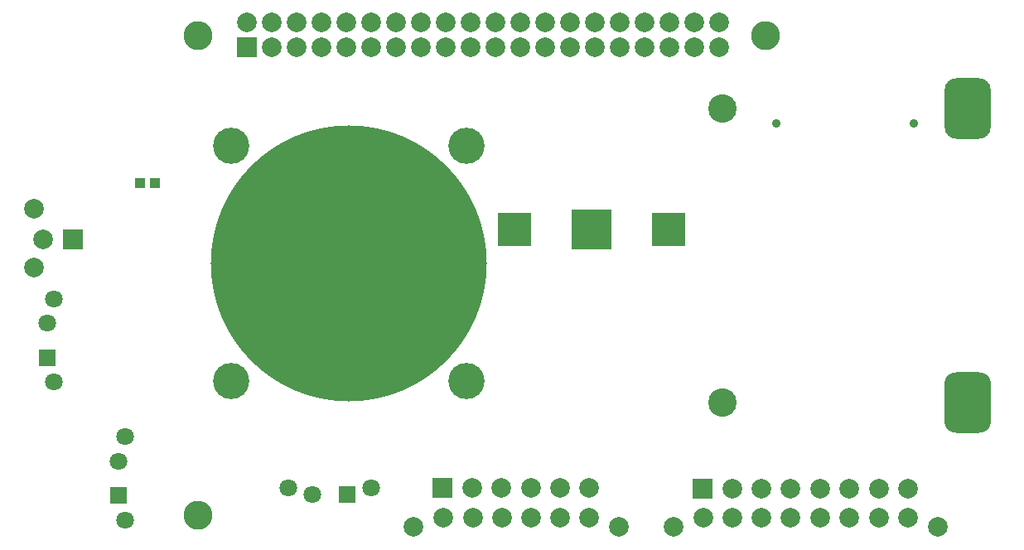
<source format=gbs>
G04*
G04 #@! TF.GenerationSoftware,Altium Limited,Altium Designer,19.0.14 (431)*
G04*
G04 Layer_Color=16711935*
%FSLAX25Y25*%
%MOIN*%
G70*
G01*
G75*
%ADD40R,0.04147X0.04147*%
G04:AMPARAMS|DCode=66|XSize=185.17mil|YSize=244.22mil|CornerRadius=48.29mil|HoleSize=0mil|Usage=FLASHONLY|Rotation=0.000|XOffset=0mil|YOffset=0mil|HoleType=Round|Shape=RoundedRectangle|*
%AMROUNDEDRECTD66*
21,1,0.18517,0.14764,0,0,0.0*
21,1,0.08858,0.24422,0,0,0.0*
1,1,0.09658,0.04429,-0.07382*
1,1,0.09658,-0.04429,-0.07382*
1,1,0.09658,-0.04429,0.07382*
1,1,0.09658,0.04429,0.07382*
%
%ADD66ROUNDEDRECTD66*%
G04:AMPARAMS|DCode=67|XSize=189.1mil|YSize=244.22mil|CornerRadius=49.28mil|HoleSize=0mil|Usage=FLASHONLY|Rotation=0.000|XOffset=0mil|YOffset=0mil|HoleType=Round|Shape=RoundedRectangle|*
%AMROUNDEDRECTD67*
21,1,0.18910,0.14567,0,0,0.0*
21,1,0.09055,0.24422,0,0,0.0*
1,1,0.09855,0.04528,-0.07284*
1,1,0.09855,-0.04528,-0.07284*
1,1,0.09855,-0.04528,0.07284*
1,1,0.09855,0.04528,0.07284*
%
%ADD67ROUNDEDRECTD67*%
%ADD68R,0.07099X0.07099*%
%ADD69C,0.07099*%
%ADD70R,0.07887X0.07887*%
%ADD71C,0.07887*%
%ADD72C,0.03556*%
%ADD73C,1.11036*%
%ADD74C,0.14580*%
%ADD75R,0.07099X0.07099*%
%ADD76R,0.07887X0.07887*%
%ADD77C,0.11627*%
%ADD78C,0.11430*%
%ADD102R,0.13320X0.13320*%
%ADD103R,0.16391X0.16391*%
D40*
X49734Y147244D02*
D03*
X55836D02*
D03*
D66*
X382776Y177264D02*
D03*
D67*
Y59153D02*
D03*
D68*
X12598Y77165D02*
D03*
X41339Y21654D02*
D03*
D69*
X12598Y90945D02*
D03*
X15079Y67323D02*
D03*
Y100787D02*
D03*
X41339Y35433D02*
D03*
X43819Y11811D02*
D03*
Y45276D02*
D03*
X109449Y24625D02*
D03*
X142913D02*
D03*
X119291Y22145D02*
D03*
D70*
X92894Y201969D02*
D03*
X276299Y24429D02*
D03*
X171653Y24625D02*
D03*
D71*
X282894Y211968D02*
D03*
Y201969D02*
D03*
X272894Y211968D02*
D03*
Y201969D02*
D03*
X262894Y211968D02*
D03*
Y201969D02*
D03*
X252894Y211968D02*
D03*
Y201969D02*
D03*
X242894Y211968D02*
D03*
Y201969D02*
D03*
X232894Y211968D02*
D03*
Y201969D02*
D03*
X222894Y211968D02*
D03*
Y201969D02*
D03*
X212894Y211968D02*
D03*
Y201969D02*
D03*
X202894Y211968D02*
D03*
Y201969D02*
D03*
X192894Y211968D02*
D03*
Y201969D02*
D03*
X182894Y211968D02*
D03*
Y201969D02*
D03*
X172894Y211968D02*
D03*
Y201969D02*
D03*
X162894Y211968D02*
D03*
Y201969D02*
D03*
X152894Y211968D02*
D03*
Y201969D02*
D03*
X142894Y211968D02*
D03*
Y201969D02*
D03*
X132894Y211968D02*
D03*
Y201969D02*
D03*
X122894Y211968D02*
D03*
Y201969D02*
D03*
X112894Y211968D02*
D03*
Y201969D02*
D03*
X102894Y211968D02*
D03*
Y201969D02*
D03*
X92894Y211968D02*
D03*
X323543Y12618D02*
D03*
X288110D02*
D03*
X323543Y24429D02*
D03*
X276693Y12618D02*
D03*
X358976D02*
D03*
X335354Y24429D02*
D03*
X311732D02*
D03*
X299921D02*
D03*
X288110D02*
D03*
X264488Y8917D02*
D03*
X299921Y12618D02*
D03*
X311732D02*
D03*
X370787Y8917D02*
D03*
X358976Y24429D02*
D03*
X335354Y12618D02*
D03*
X347165Y24429D02*
D03*
Y12618D02*
D03*
X230709Y12814D02*
D03*
X218898D02*
D03*
X159843Y9114D02*
D03*
X242520D02*
D03*
X183465Y24625D02*
D03*
X195276D02*
D03*
X207087D02*
D03*
X230709D02*
D03*
X172047Y12814D02*
D03*
X183858D02*
D03*
X195669D02*
D03*
X218898Y24625D02*
D03*
X207087Y12814D02*
D03*
X7323Y137008D02*
D03*
Y113386D02*
D03*
X11024Y124803D02*
D03*
D72*
X305807Y171358D02*
D03*
X361319D02*
D03*
D73*
X133858Y114961D02*
D03*
D74*
X86614Y162205D02*
D03*
X181102D02*
D03*
Y67716D02*
D03*
X86614D02*
D03*
D75*
X133071Y22145D02*
D03*
D76*
X22835Y124803D02*
D03*
D77*
X301476Y206693D02*
D03*
X73130D02*
D03*
Y13780D02*
D03*
D78*
X284350Y59153D02*
D03*
Y177264D02*
D03*
D102*
X200512Y128642D02*
D03*
X262480D02*
D03*
D103*
X231496D02*
D03*
M02*

</source>
